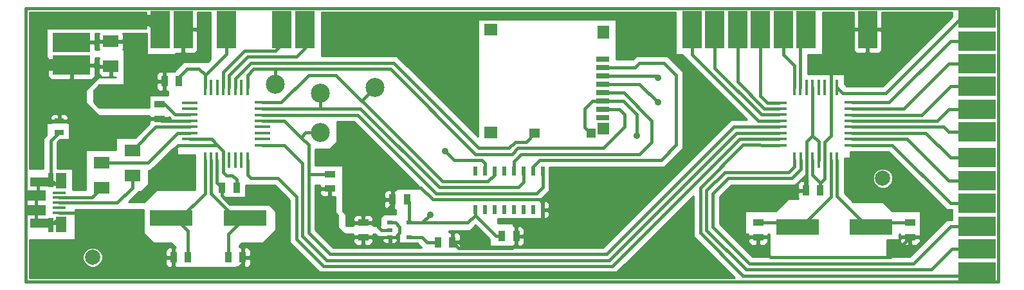
<source format=gtl>
G04 (created by PCBNEW-RS274X (2012-apr-16-27)-stable) date 2013-01-24T21:57:43 CET*
G01*
G70*
G90*
%MOIN*%
G04 Gerber Fmt 3.4, Leading zero omitted, Abs format*
%FSLAX34Y34*%
G04 APERTURE LIST*
%ADD10C,0.006000*%
%ADD11C,0.015000*%
%ADD12C,0.078700*%
%ADD13R,0.017700X0.078700*%
%ADD14R,0.078700X0.017700*%
%ADD15R,0.220500X0.082700*%
%ADD16R,0.080000X0.060000*%
%ADD17R,0.030000X0.020000*%
%ADD18R,0.055000X0.035000*%
%ADD19R,0.035000X0.055000*%
%ADD20R,0.045000X0.025000*%
%ADD21R,0.020000X0.045000*%
%ADD22R,0.098400X0.196900*%
%ADD23R,0.196900X0.098400*%
%ADD24C,0.098400*%
%ADD25R,0.066100X0.031500*%
%ADD26R,0.059100X0.063000*%
%ADD27R,0.059100X0.066900*%
%ADD28R,0.066900X0.059100*%
%ADD29R,0.051200X0.050800*%
%ADD30R,0.055100X0.050800*%
%ADD31R,0.068900X0.015700*%
%ADD32R,0.098400X0.056100*%
%ADD33R,0.055100X0.078700*%
%ADD34R,0.096500X0.051200*%
%ADD35R,0.027600X0.071900*%
%ADD36C,0.035000*%
%ADD37C,0.015700*%
%ADD38C,0.059100*%
%ADD39C,0.010000*%
G04 APERTURE END LIST*
G54D10*
G54D11*
X05827Y-30394D02*
X05827Y-16220D01*
X56220Y-30394D02*
X05827Y-30394D01*
X56220Y-16220D02*
X56220Y-30394D01*
X05827Y-16220D02*
X56220Y-16220D01*
G54D12*
X09291Y-29134D03*
X50236Y-25039D03*
G54D13*
X17313Y-24101D03*
X16998Y-24101D03*
X16683Y-24101D03*
X16368Y-24101D03*
X16053Y-24101D03*
X15738Y-24101D03*
X15423Y-24101D03*
X15108Y-24101D03*
X15110Y-20335D03*
X17320Y-20335D03*
X17000Y-20335D03*
X16680Y-20335D03*
X16370Y-20335D03*
X16050Y-20335D03*
X15740Y-20335D03*
X15420Y-20335D03*
G54D14*
X14320Y-23317D03*
X14320Y-23003D03*
X14320Y-22687D03*
X14320Y-22373D03*
X14320Y-22057D03*
X14320Y-21743D03*
X14320Y-21427D03*
X14320Y-21113D03*
X18100Y-23315D03*
X18100Y-23005D03*
X18100Y-22685D03*
X18100Y-22375D03*
X18100Y-22065D03*
X18100Y-21745D03*
X18100Y-21425D03*
X18100Y-21105D03*
G54D13*
X47864Y-24101D03*
X47549Y-24101D03*
X47234Y-24101D03*
X46919Y-24101D03*
X46604Y-24101D03*
X46289Y-24101D03*
X45974Y-24101D03*
X45659Y-24101D03*
X45661Y-20335D03*
X47871Y-20335D03*
X47551Y-20335D03*
X47231Y-20335D03*
X46921Y-20335D03*
X46601Y-20335D03*
X46291Y-20335D03*
X45971Y-20335D03*
G54D14*
X44871Y-23317D03*
X44871Y-23003D03*
X44871Y-22687D03*
X44871Y-22373D03*
X44871Y-22057D03*
X44871Y-21743D03*
X44871Y-21427D03*
X44871Y-21113D03*
X48651Y-23315D03*
X48651Y-23005D03*
X48651Y-22685D03*
X48651Y-22375D03*
X48651Y-22065D03*
X48651Y-21745D03*
X48651Y-21425D03*
X48651Y-21105D03*
G54D15*
X13367Y-27087D03*
X17185Y-27087D03*
X49626Y-27559D03*
X45808Y-27559D03*
G54D16*
X09764Y-25532D03*
X09764Y-24232D03*
X11339Y-24902D03*
X11339Y-23602D03*
G54D17*
X24697Y-27342D03*
X24697Y-28092D03*
X25697Y-27342D03*
X24697Y-27717D03*
X25697Y-28092D03*
G54D18*
X23307Y-28092D03*
X23307Y-27342D03*
G54D19*
X27184Y-28346D03*
X27934Y-28346D03*
X25572Y-26142D03*
X24822Y-26142D03*
X17068Y-29134D03*
X16318Y-29134D03*
X13483Y-29134D03*
X14233Y-29134D03*
G54D18*
X12756Y-21200D03*
X12756Y-21950D03*
G54D19*
X16003Y-25512D03*
X16753Y-25512D03*
X46989Y-25669D03*
X46239Y-25669D03*
G54D18*
X43780Y-27342D03*
X43780Y-28092D03*
X51654Y-27342D03*
X51654Y-28092D03*
G54D20*
X07559Y-22062D03*
X07559Y-22662D03*
G54D19*
X13011Y-20000D03*
X13761Y-20000D03*
G54D18*
X21575Y-25572D03*
X21575Y-24822D03*
G54D19*
X31241Y-28031D03*
X30491Y-28031D03*
G54D21*
X29116Y-26669D03*
X29616Y-26669D03*
X30116Y-26669D03*
X30616Y-26669D03*
X31116Y-26669D03*
X31616Y-26669D03*
X32116Y-26669D03*
X32616Y-26669D03*
X32616Y-24669D03*
X32116Y-24669D03*
X31616Y-24669D03*
X31116Y-24669D03*
X30616Y-24669D03*
X30116Y-24669D03*
X29616Y-24669D03*
X29116Y-24669D03*
G54D16*
X10236Y-19233D03*
X10236Y-17933D03*
G54D22*
X12795Y-17323D03*
X13977Y-17323D03*
X16220Y-17323D03*
X46260Y-17323D03*
X45079Y-17323D03*
X43898Y-17323D03*
X42716Y-17323D03*
X41535Y-17323D03*
X40354Y-17323D03*
G54D23*
X55118Y-29882D03*
X55118Y-28701D03*
X55118Y-27520D03*
X55118Y-26338D03*
X55118Y-25157D03*
X55118Y-23976D03*
X55118Y-22638D03*
X55118Y-21457D03*
X55118Y-20276D03*
X55118Y-19094D03*
X55118Y-17913D03*
X55118Y-16732D03*
X08189Y-19174D03*
X08189Y-17992D03*
G54D22*
X49449Y-17323D03*
X19094Y-17323D03*
X20276Y-17323D03*
G54D24*
X21102Y-22677D03*
X21102Y-20630D03*
X23937Y-20315D03*
X18740Y-20157D03*
G54D25*
X35732Y-18858D03*
X35732Y-19291D03*
X35732Y-19724D03*
X35732Y-20157D03*
X35732Y-20591D03*
X35732Y-21024D03*
X35732Y-21457D03*
X35732Y-21890D03*
G54D26*
X35767Y-22445D03*
G54D27*
X35767Y-17461D03*
G54D28*
X29921Y-22657D03*
X29921Y-17343D03*
G54D29*
X35118Y-22699D03*
G54D30*
X32204Y-22699D03*
G54D31*
X07569Y-25787D03*
X07569Y-26043D03*
X07569Y-26299D03*
X07569Y-26555D03*
X07569Y-26811D03*
G54D32*
X06359Y-25920D03*
X06359Y-26678D03*
G54D33*
X07650Y-25157D03*
X07650Y-27441D03*
G54D34*
X06516Y-25226D03*
G54D35*
X07126Y-25123D03*
X07126Y-27475D03*
G54D34*
X06516Y-27372D03*
G54D36*
X13386Y-24724D03*
X09921Y-20787D03*
X11496Y-18583D03*
X11496Y-20787D03*
X47717Y-18583D03*
X21575Y-27244D03*
X38583Y-19843D03*
X27559Y-23622D03*
X09449Y-22677D03*
X09449Y-27559D03*
X37480Y-22835D03*
X35748Y-27402D03*
X37638Y-29291D03*
X40000Y-29291D03*
X37480Y-25669D03*
X42520Y-26772D03*
X38583Y-21102D03*
X26772Y-26929D03*
G54D37*
X11496Y-20787D02*
X09921Y-20787D01*
X46604Y-24101D02*
X46604Y-24872D01*
X25197Y-27559D02*
X25197Y-27873D01*
X11496Y-18583D02*
X11496Y-20787D01*
X21575Y-27244D02*
X22423Y-28092D01*
X13711Y-23317D02*
X14320Y-23317D01*
X46989Y-25257D02*
X46989Y-25669D01*
X47551Y-22842D02*
X47551Y-20335D01*
X47551Y-18749D02*
X47717Y-18583D01*
X16221Y-24882D02*
X16536Y-24882D01*
X14320Y-23003D02*
X15444Y-23003D01*
X15444Y-23003D02*
X15758Y-23317D01*
X13711Y-23317D02*
X13386Y-23642D01*
X47234Y-25049D02*
X47234Y-24101D01*
X16753Y-25099D02*
X16753Y-25512D01*
X15758Y-23317D02*
X16053Y-23612D01*
X47551Y-19213D02*
X48976Y-19213D01*
X16053Y-24714D02*
X16221Y-24882D01*
X23307Y-28092D02*
X24697Y-28092D01*
X47234Y-23159D02*
X47551Y-22842D01*
X49449Y-18740D02*
X49449Y-17323D01*
X48976Y-19213D02*
X49449Y-18740D01*
X24697Y-27342D02*
X24980Y-27342D01*
X25197Y-27873D02*
X24978Y-28092D01*
X22423Y-28092D02*
X23307Y-28092D01*
X47551Y-20335D02*
X47551Y-19213D01*
X47551Y-19213D02*
X47551Y-18749D01*
X47026Y-25257D02*
X47234Y-25049D01*
X24978Y-28092D02*
X24697Y-28092D01*
X47234Y-24101D02*
X47234Y-23159D01*
X24980Y-27342D02*
X25197Y-27559D01*
X13386Y-23642D02*
X13386Y-24724D01*
X46604Y-24872D02*
X46989Y-25257D01*
X46989Y-25257D02*
X47026Y-25257D01*
X16053Y-24101D02*
X16053Y-24714D01*
X21575Y-25572D02*
X21575Y-27244D01*
X16536Y-24882D02*
X16753Y-25099D01*
X16053Y-23612D02*
X16053Y-24101D01*
X14320Y-23317D02*
X15758Y-23317D01*
X13543Y-27087D02*
X14233Y-27777D01*
X13367Y-27087D02*
X13543Y-27087D01*
X15108Y-24101D02*
X15108Y-25817D01*
X14233Y-27777D02*
X14233Y-29134D01*
X15108Y-25817D02*
X13838Y-27087D01*
X13838Y-27087D02*
X13367Y-27087D01*
X16693Y-27087D02*
X17185Y-27087D01*
X17185Y-27087D02*
X17164Y-27087D01*
X15423Y-25817D02*
X16693Y-27087D01*
X16318Y-27933D02*
X16318Y-29134D01*
X15423Y-24101D02*
X15423Y-25817D01*
X17164Y-27087D02*
X16318Y-27933D01*
X26360Y-28092D02*
X25697Y-28092D01*
X26614Y-28346D02*
X26360Y-28092D01*
X27184Y-28346D02*
X26614Y-28346D01*
X17481Y-19055D02*
X24881Y-19055D01*
X31181Y-23150D02*
X30866Y-23465D01*
X31753Y-23150D02*
X31181Y-23150D01*
X16680Y-20335D02*
X16680Y-19856D01*
X16680Y-19856D02*
X17481Y-19055D01*
X29291Y-23465D02*
X24881Y-19055D01*
X30866Y-23465D02*
X29291Y-23465D01*
X32204Y-22699D02*
X31753Y-23150D01*
X27087Y-25827D02*
X32280Y-25827D01*
X18100Y-21745D02*
X23005Y-21745D01*
X23465Y-22205D02*
X27087Y-25827D01*
X32616Y-25494D02*
X32616Y-24669D01*
X32283Y-25824D02*
X32616Y-25494D01*
X23005Y-21745D02*
X23465Y-22205D01*
X32280Y-25827D02*
X32283Y-25827D01*
X32283Y-25827D02*
X32283Y-25824D01*
X39528Y-19685D02*
X38898Y-19055D01*
X32441Y-24094D02*
X36220Y-24094D01*
X36220Y-24094D02*
X38741Y-24094D01*
X39528Y-19685D02*
X39528Y-23307D01*
X39528Y-23307D02*
X38741Y-24094D01*
X32116Y-24669D02*
X32116Y-24419D01*
X35732Y-19291D02*
X37402Y-19291D01*
X37402Y-19291D02*
X37638Y-19055D01*
X32116Y-24419D02*
X32441Y-24094D01*
X38898Y-19055D02*
X37638Y-19055D01*
X38583Y-19843D02*
X38464Y-19724D01*
X29449Y-24095D02*
X28032Y-24095D01*
X29616Y-24262D02*
X29449Y-24095D01*
X28032Y-24095D02*
X27559Y-23622D01*
X29616Y-24669D02*
X29616Y-24262D01*
X38464Y-19724D02*
X35732Y-19724D01*
X18740Y-19370D02*
X18740Y-20157D01*
X35748Y-23465D02*
X36850Y-22363D01*
X29134Y-23780D02*
X31023Y-23780D01*
X17320Y-19688D02*
X17638Y-19370D01*
X31338Y-23465D02*
X35748Y-23465D01*
X36575Y-21457D02*
X35732Y-21457D01*
X17320Y-20335D02*
X17320Y-19688D01*
X31023Y-23780D02*
X31338Y-23465D01*
X36850Y-21732D02*
X36575Y-21457D01*
X36850Y-22363D02*
X36850Y-21732D01*
X24724Y-19370D02*
X29134Y-23780D01*
X17638Y-19370D02*
X18740Y-19370D01*
X18740Y-19370D02*
X24724Y-19370D01*
X23937Y-20315D02*
X23937Y-20316D01*
X23937Y-20316D02*
X23229Y-21024D01*
X21890Y-19685D02*
X23229Y-21024D01*
X23229Y-21024D02*
X23310Y-21105D01*
X19055Y-21105D02*
X19055Y-21102D01*
X20472Y-19685D02*
X21890Y-19685D01*
X19055Y-21102D02*
X20472Y-19685D01*
X23310Y-21105D02*
X27411Y-25197D01*
X29764Y-25197D02*
X27411Y-25197D01*
X30116Y-24669D02*
X30116Y-24845D01*
X18100Y-21105D02*
X19055Y-21105D01*
X30116Y-24845D02*
X29764Y-25197D01*
X53399Y-22375D02*
X53662Y-22638D01*
X53071Y-22375D02*
X53399Y-22375D01*
X53662Y-22638D02*
X55118Y-22638D01*
X48651Y-22375D02*
X53071Y-22375D01*
X48651Y-22065D02*
X53053Y-22065D01*
X53661Y-21457D02*
X55118Y-21457D01*
X53053Y-22065D02*
X53661Y-21457D01*
X48651Y-21745D02*
X52271Y-21745D01*
X53740Y-20276D02*
X55118Y-20276D01*
X52271Y-21745D02*
X53740Y-20276D01*
X48651Y-21425D02*
X51331Y-21425D01*
X53662Y-19094D02*
X55118Y-19094D01*
X51331Y-21425D02*
X53662Y-19094D01*
X53740Y-17913D02*
X55118Y-17913D01*
X50548Y-21105D02*
X53740Y-17913D01*
X50391Y-21105D02*
X50548Y-21105D01*
X48651Y-21105D02*
X50391Y-21105D01*
X54292Y-16732D02*
X55118Y-16732D01*
X50394Y-20630D02*
X54292Y-16732D01*
X48166Y-20630D02*
X50394Y-20630D01*
X47871Y-20335D02*
X48166Y-20630D01*
X45971Y-17612D02*
X46260Y-17323D01*
X45971Y-20335D02*
X45971Y-17612D01*
X45661Y-19205D02*
X45079Y-18623D01*
X45661Y-20335D02*
X45661Y-19205D01*
X45079Y-18623D02*
X45079Y-17323D01*
X44262Y-21113D02*
X43898Y-20749D01*
X43898Y-20749D02*
X43898Y-17323D01*
X44871Y-21113D02*
X44262Y-21113D01*
X44871Y-21427D02*
X44104Y-21427D01*
X42716Y-20039D02*
X42716Y-17323D01*
X44104Y-21427D02*
X42716Y-20039D01*
X44871Y-21743D02*
X43948Y-21743D01*
X43948Y-21743D02*
X41535Y-19330D01*
X41535Y-19330D02*
X41535Y-17323D01*
X40354Y-18622D02*
X40354Y-17323D01*
X43789Y-22057D02*
X40354Y-18622D01*
X44871Y-22057D02*
X43789Y-22057D01*
X44871Y-23317D02*
X42992Y-23307D01*
X42992Y-30079D02*
X52126Y-30079D01*
X54921Y-30079D02*
X55118Y-29882D01*
X52126Y-30079D02*
X54921Y-30079D01*
X42992Y-23307D02*
X40787Y-25512D01*
X40787Y-27874D02*
X42992Y-30079D01*
X40787Y-25512D02*
X40787Y-27874D01*
X44095Y-29764D02*
X51811Y-29764D01*
X51811Y-29764D02*
X52756Y-29764D01*
X43150Y-29764D02*
X44095Y-29764D01*
X45659Y-24419D02*
X45354Y-24724D01*
X52756Y-29764D02*
X53819Y-28701D01*
X45354Y-24724D02*
X42047Y-24724D01*
X42047Y-24724D02*
X41102Y-25669D01*
X53819Y-28701D02*
X55118Y-28701D01*
X41102Y-27716D02*
X43150Y-29764D01*
X45659Y-24101D02*
X45659Y-24419D01*
X41102Y-25669D02*
X41102Y-27716D01*
X41417Y-27559D02*
X42992Y-29134D01*
X53740Y-27520D02*
X55118Y-27520D01*
X42205Y-25039D02*
X41417Y-25827D01*
X51811Y-29449D02*
X53740Y-27520D01*
X45512Y-25039D02*
X42205Y-25039D01*
X51653Y-29449D02*
X51811Y-29449D01*
X43307Y-29449D02*
X44252Y-29449D01*
X42992Y-29134D02*
X43307Y-29449D01*
X45974Y-24577D02*
X45512Y-25039D01*
X44252Y-29449D02*
X51653Y-29449D01*
X45974Y-24101D02*
X45974Y-24577D01*
X41417Y-25827D02*
X41417Y-27559D01*
X50717Y-23315D02*
X53740Y-26338D01*
X53740Y-26338D02*
X55118Y-26338D01*
X48651Y-23315D02*
X50717Y-23315D01*
X53648Y-25157D02*
X55118Y-25157D01*
X51496Y-23005D02*
X53648Y-25157D01*
X48651Y-23005D02*
X51496Y-23005D01*
X48651Y-22685D02*
X52449Y-22685D01*
X52449Y-22685D02*
X53740Y-23976D01*
X53740Y-23976D02*
X55118Y-23976D01*
X15118Y-19685D02*
X16220Y-18583D01*
X16220Y-18583D02*
X16220Y-17323D01*
X15110Y-20335D02*
X15110Y-19685D01*
X15110Y-19685D02*
X15118Y-19685D01*
X13761Y-19782D02*
X13761Y-20000D01*
X15110Y-19685D02*
X15110Y-19677D01*
X14803Y-19370D02*
X14173Y-19370D01*
X15110Y-19677D02*
X14803Y-19370D01*
X14173Y-19370D02*
X13761Y-19782D01*
X18100Y-21425D02*
X21102Y-21425D01*
X21102Y-21425D02*
X21102Y-20630D01*
X31342Y-25508D02*
X31616Y-25234D01*
X23157Y-21425D02*
X27247Y-25508D01*
X31616Y-25234D02*
X31616Y-24669D01*
X27247Y-25508D02*
X31342Y-25508D01*
X21102Y-21425D02*
X23157Y-21425D01*
X31116Y-24669D02*
X31116Y-24160D01*
X35732Y-20591D02*
X36812Y-20591D01*
X38268Y-23149D02*
X37637Y-23780D01*
X31496Y-23780D02*
X36062Y-23780D01*
X38268Y-22047D02*
X38268Y-23149D01*
X31116Y-24160D02*
X31496Y-23780D01*
X36062Y-23780D02*
X37637Y-23780D01*
X36812Y-20591D02*
X38268Y-22047D01*
X18898Y-25039D02*
X19843Y-25984D01*
X21260Y-29606D02*
X36221Y-29606D01*
X42824Y-23003D02*
X43768Y-23003D01*
X17480Y-25039D02*
X18898Y-25039D01*
X43768Y-23003D02*
X44871Y-23003D01*
X19843Y-25984D02*
X19843Y-28189D01*
X17313Y-24872D02*
X17480Y-25039D01*
X19843Y-28189D02*
X21260Y-29606D01*
X36221Y-29606D02*
X37953Y-27874D01*
X17313Y-24101D02*
X17313Y-24872D01*
X37953Y-27874D02*
X42824Y-23003D01*
X20472Y-23465D02*
X20472Y-24882D01*
X18100Y-22065D02*
X19230Y-22065D01*
X43454Y-22373D02*
X44871Y-22373D01*
X20472Y-27873D02*
X21575Y-28976D01*
X19230Y-22065D02*
X20079Y-22914D01*
X37323Y-27559D02*
X42509Y-22373D01*
X35906Y-28976D02*
X37323Y-27559D01*
X21575Y-24822D02*
X20472Y-24822D01*
X20079Y-22914D02*
X20472Y-23307D01*
X20472Y-24882D02*
X20472Y-27873D01*
X20316Y-22677D02*
X20079Y-22914D01*
X21102Y-22677D02*
X20316Y-22677D01*
X42509Y-22373D02*
X43454Y-22373D01*
X20472Y-23307D02*
X20472Y-23465D01*
X21575Y-28976D02*
X35906Y-28976D01*
X20472Y-24822D02*
X20472Y-24882D01*
X36063Y-29291D02*
X37638Y-27717D01*
X20157Y-24251D02*
X20157Y-28031D01*
X37638Y-27717D02*
X42668Y-22687D01*
X42668Y-22687D02*
X43612Y-22687D01*
X20157Y-28031D02*
X21417Y-29291D01*
X18100Y-23315D02*
X19221Y-23315D01*
X19221Y-23315D02*
X20157Y-24251D01*
X21417Y-29291D02*
X36063Y-29291D01*
X43612Y-22687D02*
X44871Y-22687D01*
X10552Y-26299D02*
X11339Y-25512D01*
X07569Y-26299D02*
X10552Y-26299D01*
X11339Y-25512D02*
X11339Y-24902D01*
X07569Y-26043D02*
X09253Y-26043D01*
X09253Y-26043D02*
X09764Y-25532D01*
X14320Y-22373D02*
X12568Y-22373D01*
X12568Y-22373D02*
X11339Y-23602D01*
X12146Y-24232D02*
X09764Y-24232D01*
X14320Y-22687D02*
X13691Y-22687D01*
X13691Y-22687D02*
X12146Y-24232D01*
X07650Y-25344D02*
X07347Y-25344D01*
X06457Y-25226D02*
X06457Y-25822D01*
X06359Y-27274D02*
X06457Y-27372D01*
X07532Y-27372D02*
X07650Y-27254D01*
X07347Y-25344D02*
X07126Y-25123D01*
X07559Y-22662D02*
X07126Y-23095D01*
X07650Y-27254D02*
X07347Y-27254D01*
X06457Y-25822D02*
X06359Y-25920D01*
X06359Y-26678D02*
X06359Y-27274D01*
X06359Y-25920D02*
X06359Y-26678D01*
X06575Y-25344D02*
X06457Y-25226D01*
X07126Y-23095D02*
X07126Y-25123D01*
X07650Y-25344D02*
X06575Y-25344D01*
X07347Y-27254D02*
X07126Y-27475D01*
X06457Y-27372D02*
X07532Y-27372D01*
X14320Y-21743D02*
X13554Y-21743D01*
X13554Y-21743D02*
X13011Y-21200D01*
X13011Y-21200D02*
X12756Y-21200D01*
X47549Y-24101D02*
X47549Y-25984D01*
X43780Y-27342D02*
X45591Y-27342D01*
X45974Y-27559D02*
X45808Y-27559D01*
X47549Y-25984D02*
X45974Y-27559D01*
X45591Y-27342D02*
X45808Y-27559D01*
X47864Y-24101D02*
X47864Y-25974D01*
X49843Y-27342D02*
X49626Y-27559D01*
X47864Y-25974D02*
X49449Y-27559D01*
X49449Y-27559D02*
X49626Y-27559D01*
X51654Y-27342D02*
X49843Y-27342D01*
X25039Y-25512D02*
X24822Y-25729D01*
X32441Y-26142D02*
X26930Y-26142D01*
X26930Y-26142D02*
X26300Y-25512D01*
X24822Y-25729D02*
X24822Y-26142D01*
X32616Y-26669D02*
X32616Y-26317D01*
X26300Y-25512D02*
X25039Y-25512D01*
X32616Y-26317D02*
X32441Y-26142D01*
X08701Y-26811D02*
X07569Y-26811D01*
X13483Y-29134D02*
X12441Y-29134D01*
X46289Y-24101D02*
X46289Y-25619D01*
X35119Y-28031D02*
X32284Y-28031D01*
X12756Y-29764D02*
X16764Y-29764D01*
X16378Y-26299D02*
X18582Y-26299D01*
X10176Y-21950D02*
X09449Y-22677D01*
X12756Y-21950D02*
X10176Y-21950D01*
X09449Y-27559D02*
X08701Y-26811D01*
X09449Y-27559D02*
X11024Y-29134D01*
X17637Y-29921D02*
X19843Y-29921D01*
X35748Y-27402D02*
X35119Y-28031D01*
X34803Y-21417D02*
X35196Y-21024D01*
G54D38*
X06614Y-16850D02*
X12322Y-16850D01*
G54D37*
X23877Y-27342D02*
X24252Y-27717D01*
X17068Y-29460D02*
X17068Y-29134D01*
X16003Y-25924D02*
X16378Y-26299D01*
X46289Y-24101D02*
X46289Y-23134D01*
X37008Y-29921D02*
X37638Y-29291D01*
X31241Y-28444D02*
X31241Y-28031D01*
X19843Y-29921D02*
X37008Y-29921D01*
X12441Y-29134D02*
X12441Y-29449D01*
X46919Y-23140D02*
X46601Y-22822D01*
X50612Y-29134D02*
X51654Y-28092D01*
G54D38*
X06733Y-19174D02*
X06299Y-18740D01*
G54D37*
X46289Y-23134D02*
X46601Y-22822D01*
G54D38*
X08189Y-19174D02*
X06733Y-19174D01*
G54D37*
X42520Y-27559D02*
X43053Y-28092D01*
G54D38*
X06299Y-18740D02*
X06299Y-17165D01*
G54D37*
X42520Y-26142D02*
X42520Y-26772D01*
X14320Y-22057D02*
X12863Y-22057D01*
X46239Y-25669D02*
X42993Y-25669D01*
X23307Y-27342D02*
X23877Y-27342D01*
X37480Y-21732D02*
X37480Y-22835D01*
X17480Y-29764D02*
X17637Y-29921D01*
X37480Y-25669D02*
X35748Y-27402D01*
X16764Y-29764D02*
X17480Y-29764D01*
X43780Y-28505D02*
X44409Y-29134D01*
X46919Y-24101D02*
X46919Y-23140D01*
X34803Y-22384D02*
X34803Y-21417D01*
X42993Y-25669D02*
X42520Y-26142D01*
G54D38*
X12322Y-16850D02*
X12795Y-17323D01*
G54D37*
X24822Y-26142D02*
X24822Y-26397D01*
X19055Y-26772D02*
X19055Y-28662D01*
X11024Y-29134D02*
X13483Y-29134D01*
X32284Y-28031D02*
X32616Y-27699D01*
X12441Y-29134D02*
X13483Y-29134D01*
X24252Y-27717D02*
X24697Y-27717D01*
X28249Y-28661D02*
X31024Y-28661D01*
X12863Y-22057D02*
X12756Y-21950D01*
G54D38*
X06299Y-17165D02*
X06614Y-16850D01*
G54D37*
X19055Y-28662D02*
X18583Y-29134D01*
X24822Y-26397D02*
X23877Y-27342D01*
X36772Y-21024D02*
X37480Y-21732D01*
X46289Y-25619D02*
X46239Y-25669D01*
X32616Y-26669D02*
X32616Y-27699D01*
X31024Y-28661D02*
X31241Y-28444D01*
X32616Y-27699D02*
X32616Y-26919D01*
X35732Y-21024D02*
X36772Y-21024D01*
X27934Y-28346D02*
X28249Y-28661D01*
X37323Y-25827D02*
X35748Y-27402D01*
X35118Y-22699D02*
X34803Y-22384D01*
X12441Y-29449D02*
X12756Y-29764D01*
X16764Y-29764D02*
X17068Y-29460D01*
X18583Y-29134D02*
X17068Y-29134D01*
X31241Y-28031D02*
X32284Y-28031D01*
X42520Y-26772D02*
X42520Y-27559D01*
X46601Y-22822D02*
X46601Y-20335D01*
X15738Y-24101D02*
X15738Y-25247D01*
X43780Y-28092D02*
X43780Y-28505D01*
X16003Y-25512D02*
X16003Y-25924D01*
X18582Y-26299D02*
X19055Y-26772D01*
X44409Y-29134D02*
X50612Y-29134D01*
X40000Y-29291D02*
X37638Y-29291D01*
X35196Y-21024D02*
X35732Y-21024D01*
X15738Y-25247D02*
X16003Y-25512D01*
X43053Y-28092D02*
X43780Y-28092D01*
X16050Y-20335D02*
X16050Y-19540D01*
X17165Y-18425D02*
X18741Y-18425D01*
X16050Y-19540D02*
X17165Y-18425D01*
X18741Y-18425D02*
X19094Y-18072D01*
X19094Y-18072D02*
X19094Y-17323D01*
X17323Y-18740D02*
X19842Y-18740D01*
X16370Y-20335D02*
X16370Y-19693D01*
X20276Y-18306D02*
X20276Y-17323D01*
X16370Y-19693D02*
X17323Y-18740D01*
X19842Y-18740D02*
X20276Y-18306D01*
X25697Y-27342D02*
X25697Y-26267D01*
X25697Y-26267D02*
X25572Y-26142D01*
X35732Y-20157D02*
X37638Y-20157D01*
X37638Y-20157D02*
X38583Y-21102D01*
X26359Y-27342D02*
X25697Y-27342D01*
X29116Y-26947D02*
X30200Y-28031D01*
X30200Y-28031D02*
X30491Y-28031D01*
X28721Y-27342D02*
X25697Y-27342D01*
X29116Y-26947D02*
X28721Y-27342D01*
X29116Y-26669D02*
X29116Y-26947D01*
X26772Y-26929D02*
X26359Y-27342D01*
G54D10*
G36*
X42560Y-30190D02*
X17493Y-30190D01*
X17493Y-29246D01*
X17493Y-29022D01*
X17492Y-28908D01*
X17492Y-28809D01*
X17454Y-28718D01*
X17384Y-28648D01*
X17292Y-28610D01*
X17180Y-28609D01*
X17118Y-28671D01*
X17118Y-29084D01*
X17431Y-29084D01*
X17493Y-29022D01*
X17493Y-29246D01*
X17431Y-29184D01*
X17118Y-29184D01*
X17118Y-29597D01*
X17180Y-29659D01*
X17292Y-29658D01*
X17384Y-29620D01*
X17454Y-29550D01*
X17492Y-29459D01*
X17492Y-29360D01*
X17493Y-29246D01*
X17493Y-30190D01*
X13433Y-30190D01*
X13433Y-29597D01*
X13433Y-29184D01*
X13433Y-29084D01*
X13433Y-28671D01*
X13371Y-28609D01*
X13259Y-28610D01*
X13167Y-28648D01*
X13097Y-28718D01*
X13059Y-28809D01*
X13059Y-28908D01*
X13058Y-29022D01*
X13120Y-29084D01*
X13433Y-29084D01*
X13433Y-29184D01*
X13120Y-29184D01*
X13058Y-29246D01*
X13059Y-29360D01*
X13059Y-29459D01*
X13097Y-29550D01*
X13167Y-29620D01*
X13259Y-29658D01*
X13371Y-29659D01*
X13433Y-29597D01*
X13433Y-30190D01*
X09813Y-30190D01*
X09813Y-29239D01*
X09813Y-29031D01*
X09734Y-28839D01*
X09587Y-28692D01*
X09396Y-28612D01*
X09188Y-28612D01*
X08996Y-28691D01*
X08849Y-28838D01*
X08769Y-29029D01*
X08769Y-29237D01*
X08848Y-29429D01*
X08995Y-29576D01*
X09186Y-29656D01*
X09394Y-29656D01*
X09586Y-29577D01*
X09733Y-29430D01*
X09813Y-29239D01*
X09813Y-30190D01*
X06031Y-30190D01*
X06031Y-28239D01*
X08396Y-28239D01*
X08396Y-26664D01*
X11919Y-26664D01*
X11919Y-27895D01*
X12420Y-28396D01*
X13365Y-28396D01*
X13586Y-28617D01*
X13533Y-28671D01*
X13533Y-29034D01*
X13533Y-29084D01*
X13533Y-29184D01*
X13533Y-29234D01*
X13533Y-29597D01*
X13595Y-29659D01*
X13707Y-29658D01*
X13711Y-29656D01*
X16714Y-29656D01*
X16751Y-29619D01*
X16752Y-29620D01*
X16844Y-29658D01*
X16956Y-29659D01*
X17018Y-29597D01*
X17018Y-29234D01*
X17018Y-29184D01*
X17018Y-29084D01*
X17018Y-29034D01*
X17018Y-28671D01*
X16956Y-28609D01*
X16900Y-28609D01*
X16900Y-28525D01*
X17029Y-28396D01*
X18132Y-28396D01*
X18790Y-27738D01*
X18790Y-26750D01*
X18446Y-26406D01*
X16399Y-26406D01*
X16030Y-26037D01*
X16103Y-26037D01*
X16103Y-26034D01*
X16112Y-26034D01*
X16115Y-26037D01*
X16227Y-26036D01*
X16231Y-26034D01*
X17215Y-26034D01*
X17215Y-25404D01*
X18719Y-25404D01*
X19478Y-26163D01*
X19478Y-28367D01*
X21081Y-29971D01*
X36399Y-29971D01*
X40422Y-25948D01*
X40422Y-28052D01*
X42560Y-30190D01*
X42560Y-30190D01*
G37*
G54D39*
X42560Y-30190D02*
X17493Y-30190D01*
X17493Y-29246D01*
X17493Y-29022D01*
X17492Y-28908D01*
X17492Y-28809D01*
X17454Y-28718D01*
X17384Y-28648D01*
X17292Y-28610D01*
X17180Y-28609D01*
X17118Y-28671D01*
X17118Y-29084D01*
X17431Y-29084D01*
X17493Y-29022D01*
X17493Y-29246D01*
X17431Y-29184D01*
X17118Y-29184D01*
X17118Y-29597D01*
X17180Y-29659D01*
X17292Y-29658D01*
X17384Y-29620D01*
X17454Y-29550D01*
X17492Y-29459D01*
X17492Y-29360D01*
X17493Y-29246D01*
X17493Y-30190D01*
X13433Y-30190D01*
X13433Y-29597D01*
X13433Y-29184D01*
X13433Y-29084D01*
X13433Y-28671D01*
X13371Y-28609D01*
X13259Y-28610D01*
X13167Y-28648D01*
X13097Y-28718D01*
X13059Y-28809D01*
X13059Y-28908D01*
X13058Y-29022D01*
X13120Y-29084D01*
X13433Y-29084D01*
X13433Y-29184D01*
X13120Y-29184D01*
X13058Y-29246D01*
X13059Y-29360D01*
X13059Y-29459D01*
X13097Y-29550D01*
X13167Y-29620D01*
X13259Y-29658D01*
X13371Y-29659D01*
X13433Y-29597D01*
X13433Y-30190D01*
X09813Y-30190D01*
X09813Y-29239D01*
X09813Y-29031D01*
X09734Y-28839D01*
X09587Y-28692D01*
X09396Y-28612D01*
X09188Y-28612D01*
X08996Y-28691D01*
X08849Y-28838D01*
X08769Y-29029D01*
X08769Y-29237D01*
X08848Y-29429D01*
X08995Y-29576D01*
X09186Y-29656D01*
X09394Y-29656D01*
X09586Y-29577D01*
X09733Y-29430D01*
X09813Y-29239D01*
X09813Y-30190D01*
X06031Y-30190D01*
X06031Y-28239D01*
X08396Y-28239D01*
X08396Y-26664D01*
X11919Y-26664D01*
X11919Y-27895D01*
X12420Y-28396D01*
X13365Y-28396D01*
X13586Y-28617D01*
X13533Y-28671D01*
X13533Y-29034D01*
X13533Y-29084D01*
X13533Y-29184D01*
X13533Y-29234D01*
X13533Y-29597D01*
X13595Y-29659D01*
X13707Y-29658D01*
X13711Y-29656D01*
X16714Y-29656D01*
X16751Y-29619D01*
X16752Y-29620D01*
X16844Y-29658D01*
X16956Y-29659D01*
X17018Y-29597D01*
X17018Y-29234D01*
X17018Y-29184D01*
X17018Y-29084D01*
X17018Y-29034D01*
X17018Y-28671D01*
X16956Y-28609D01*
X16900Y-28609D01*
X16900Y-28525D01*
X17029Y-28396D01*
X18132Y-28396D01*
X18790Y-27738D01*
X18790Y-26750D01*
X18446Y-26406D01*
X16399Y-26406D01*
X16030Y-26037D01*
X16103Y-26037D01*
X16103Y-26034D01*
X16112Y-26034D01*
X16115Y-26037D01*
X16227Y-26036D01*
X16231Y-26034D01*
X17215Y-26034D01*
X17215Y-25404D01*
X18719Y-25404D01*
X19478Y-26163D01*
X19478Y-28367D01*
X21081Y-29971D01*
X36399Y-29971D01*
X40422Y-25948D01*
X40422Y-28052D01*
X42560Y-30190D01*
G54D10*
G36*
X15383Y-18877D02*
X15255Y-19005D01*
X14716Y-19005D01*
X14716Y-17434D01*
X14655Y-17373D01*
X14027Y-17373D01*
X14027Y-18493D01*
X14088Y-18554D01*
X14518Y-18553D01*
X14608Y-18516D01*
X14678Y-18446D01*
X14715Y-18356D01*
X14715Y-18258D01*
X14716Y-17434D01*
X14716Y-19005D01*
X13995Y-19005D01*
X13522Y-19478D01*
X13178Y-19478D01*
X13122Y-19478D01*
X13061Y-19539D01*
X13061Y-19900D01*
X13061Y-19950D01*
X13061Y-20050D01*
X13061Y-20100D01*
X13061Y-20461D01*
X13122Y-20522D01*
X13178Y-20521D01*
X13178Y-20737D01*
X12961Y-20737D01*
X12961Y-20461D01*
X12961Y-20050D01*
X12961Y-19950D01*
X12961Y-19539D01*
X12900Y-19478D01*
X12787Y-19479D01*
X12697Y-19516D01*
X12627Y-19586D01*
X12590Y-19676D01*
X12590Y-19774D01*
X12589Y-19889D01*
X12650Y-19950D01*
X12961Y-19950D01*
X12961Y-20050D01*
X12650Y-20050D01*
X12589Y-20111D01*
X12590Y-20226D01*
X12590Y-20324D01*
X12627Y-20414D01*
X12697Y-20484D01*
X12787Y-20521D01*
X12900Y-20522D01*
X12961Y-20461D01*
X12961Y-20737D01*
X12233Y-20737D01*
X12233Y-21367D01*
X09627Y-21367D01*
X09341Y-21081D01*
X09341Y-20493D01*
X09627Y-20207D01*
X10916Y-20207D01*
X10916Y-18375D01*
X10842Y-18375D01*
X10845Y-18372D01*
X10882Y-18282D01*
X10883Y-18044D01*
X10822Y-17983D01*
X10336Y-17983D01*
X10286Y-17983D01*
X10186Y-17983D01*
X10136Y-17983D01*
X09650Y-17983D01*
X09589Y-18044D01*
X09590Y-18282D01*
X09627Y-18372D01*
X09630Y-18375D01*
X09419Y-18375D01*
X09420Y-18103D01*
X09359Y-18042D01*
X08289Y-18042D01*
X08239Y-18042D01*
X08139Y-18042D01*
X08139Y-17942D01*
X08239Y-17942D01*
X08289Y-17942D01*
X09359Y-17942D01*
X09420Y-17881D01*
X09419Y-17530D01*
X09612Y-17530D01*
X09590Y-17584D01*
X09589Y-17822D01*
X09650Y-17883D01*
X10136Y-17883D01*
X10186Y-17883D01*
X10286Y-17883D01*
X10336Y-17883D01*
X10822Y-17883D01*
X10883Y-17822D01*
X10882Y-17584D01*
X10859Y-17530D01*
X12076Y-17530D01*
X12076Y-18633D01*
X13593Y-18633D01*
X13593Y-18553D01*
X13866Y-18554D01*
X13927Y-18493D01*
X13927Y-17423D01*
X13927Y-17373D01*
X13927Y-17273D01*
X14027Y-17273D01*
X14077Y-17273D01*
X14655Y-17273D01*
X14716Y-17212D01*
X14715Y-16428D01*
X15383Y-16428D01*
X15383Y-18877D01*
X15383Y-18877D01*
G37*
G54D39*
X15383Y-18877D02*
X15255Y-19005D01*
X14716Y-19005D01*
X14716Y-17434D01*
X14655Y-17373D01*
X14027Y-17373D01*
X14027Y-18493D01*
X14088Y-18554D01*
X14518Y-18553D01*
X14608Y-18516D01*
X14678Y-18446D01*
X14715Y-18356D01*
X14715Y-18258D01*
X14716Y-17434D01*
X14716Y-19005D01*
X13995Y-19005D01*
X13522Y-19478D01*
X13178Y-19478D01*
X13122Y-19478D01*
X13061Y-19539D01*
X13061Y-19900D01*
X13061Y-19950D01*
X13061Y-20050D01*
X13061Y-20100D01*
X13061Y-20461D01*
X13122Y-20522D01*
X13178Y-20521D01*
X13178Y-20737D01*
X12961Y-20737D01*
X12961Y-20461D01*
X12961Y-20050D01*
X12961Y-19950D01*
X12961Y-19539D01*
X12900Y-19478D01*
X12787Y-19479D01*
X12697Y-19516D01*
X12627Y-19586D01*
X12590Y-19676D01*
X12590Y-19774D01*
X12589Y-19889D01*
X12650Y-19950D01*
X12961Y-19950D01*
X12961Y-20050D01*
X12650Y-20050D01*
X12589Y-20111D01*
X12590Y-20226D01*
X12590Y-20324D01*
X12627Y-20414D01*
X12697Y-20484D01*
X12787Y-20521D01*
X12900Y-20522D01*
X12961Y-20461D01*
X12961Y-20737D01*
X12233Y-20737D01*
X12233Y-21367D01*
X09627Y-21367D01*
X09341Y-21081D01*
X09341Y-20493D01*
X09627Y-20207D01*
X10916Y-20207D01*
X10916Y-18375D01*
X10842Y-18375D01*
X10845Y-18372D01*
X10882Y-18282D01*
X10883Y-18044D01*
X10822Y-17983D01*
X10336Y-17983D01*
X10286Y-17983D01*
X10186Y-17983D01*
X10136Y-17983D01*
X09650Y-17983D01*
X09589Y-18044D01*
X09590Y-18282D01*
X09627Y-18372D01*
X09630Y-18375D01*
X09419Y-18375D01*
X09420Y-18103D01*
X09359Y-18042D01*
X08289Y-18042D01*
X08239Y-18042D01*
X08139Y-18042D01*
X08139Y-17942D01*
X08239Y-17942D01*
X08289Y-17942D01*
X09359Y-17942D01*
X09420Y-17881D01*
X09419Y-17530D01*
X09612Y-17530D01*
X09590Y-17584D01*
X09589Y-17822D01*
X09650Y-17883D01*
X10136Y-17883D01*
X10186Y-17883D01*
X10286Y-17883D01*
X10336Y-17883D01*
X10822Y-17883D01*
X10883Y-17822D01*
X10882Y-17584D01*
X10859Y-17530D01*
X12076Y-17530D01*
X12076Y-18633D01*
X13593Y-18633D01*
X13593Y-18553D01*
X13866Y-18554D01*
X13927Y-18493D01*
X13927Y-17423D01*
X13927Y-17373D01*
X13927Y-17273D01*
X14027Y-17273D01*
X14077Y-17273D01*
X14655Y-17273D01*
X14716Y-17212D01*
X14715Y-16428D01*
X15383Y-16428D01*
X15383Y-18877D01*
G54D10*
G36*
X12845Y-17373D02*
X12745Y-17373D01*
X12745Y-17273D01*
X12845Y-17273D01*
X12845Y-17373D01*
X12845Y-17373D01*
G37*
G54D39*
X12845Y-17373D02*
X12745Y-17373D01*
X12745Y-17273D01*
X12845Y-17273D01*
X12845Y-17373D01*
G54D10*
G36*
X13336Y-21997D02*
X12420Y-21997D01*
X12417Y-22000D01*
X12295Y-22000D01*
X12234Y-22061D01*
X12235Y-22174D01*
X12237Y-22179D01*
X11475Y-22942D01*
X10501Y-22942D01*
X10501Y-23572D01*
X08926Y-23572D01*
X08926Y-25619D01*
X08239Y-25619D01*
X08239Y-24517D01*
X08139Y-24517D01*
X08139Y-19852D01*
X08139Y-19224D01*
X07019Y-19224D01*
X06958Y-19285D01*
X06959Y-19715D01*
X06996Y-19805D01*
X07066Y-19875D01*
X07156Y-19912D01*
X07254Y-19912D01*
X08078Y-19913D01*
X08139Y-19852D01*
X08139Y-24517D01*
X07452Y-24517D01*
X07452Y-23171D01*
X07580Y-23042D01*
X08081Y-23042D01*
X08081Y-22155D01*
X08031Y-22155D01*
X08031Y-21951D01*
X08030Y-21888D01*
X07993Y-21798D01*
X07923Y-21728D01*
X07833Y-21691D01*
X07735Y-21691D01*
X07670Y-21690D01*
X07609Y-21751D01*
X07609Y-22012D01*
X07970Y-22012D01*
X08031Y-21951D01*
X08031Y-22155D01*
X08013Y-22155D01*
X07970Y-22112D01*
X07659Y-22112D01*
X07609Y-22112D01*
X07509Y-22112D01*
X07509Y-22012D01*
X07509Y-21751D01*
X07448Y-21690D01*
X07383Y-21691D01*
X07285Y-21691D01*
X07195Y-21728D01*
X07125Y-21798D01*
X07088Y-21888D01*
X07087Y-21951D01*
X07148Y-22012D01*
X07509Y-22012D01*
X07509Y-22112D01*
X07459Y-22112D01*
X07148Y-22112D01*
X07105Y-22155D01*
X06879Y-22155D01*
X06879Y-22814D01*
X06722Y-22971D01*
X06722Y-24517D01*
X06031Y-24517D01*
X06031Y-16424D01*
X12056Y-16424D01*
X12056Y-17212D01*
X12067Y-17223D01*
X12056Y-17223D01*
X12056Y-17273D01*
X06879Y-17273D01*
X06879Y-18790D01*
X06958Y-18790D01*
X06958Y-19063D01*
X07019Y-19124D01*
X08089Y-19124D01*
X08139Y-19124D01*
X08239Y-19124D01*
X08289Y-19124D01*
X09359Y-19124D01*
X09420Y-19063D01*
X09419Y-18790D01*
X09631Y-18790D01*
X09627Y-18794D01*
X09590Y-18884D01*
X09589Y-19122D01*
X09650Y-19183D01*
X10136Y-19183D01*
X10186Y-19183D01*
X10286Y-19183D01*
X10286Y-19283D01*
X10286Y-19333D01*
X10286Y-19719D01*
X10347Y-19780D01*
X10501Y-19779D01*
X10501Y-19793D01*
X10186Y-19793D01*
X10186Y-19719D01*
X10186Y-19283D01*
X09650Y-19283D01*
X09589Y-19344D01*
X09590Y-19582D01*
X09627Y-19672D01*
X09697Y-19742D01*
X09787Y-19779D01*
X09885Y-19779D01*
X10125Y-19780D01*
X10186Y-19719D01*
X10186Y-19793D01*
X09585Y-19793D01*
X09420Y-19957D01*
X09420Y-19285D01*
X09359Y-19224D01*
X08239Y-19224D01*
X08239Y-19852D01*
X08300Y-19913D01*
X09124Y-19912D01*
X09222Y-19912D01*
X09312Y-19875D01*
X09382Y-19805D01*
X09419Y-19715D01*
X09420Y-19285D01*
X09420Y-19957D01*
X08926Y-20451D01*
X08926Y-21123D01*
X09585Y-21782D01*
X12234Y-21782D01*
X12234Y-21839D01*
X12295Y-21900D01*
X12656Y-21900D01*
X12706Y-21900D01*
X12806Y-21900D01*
X12856Y-21900D01*
X13217Y-21900D01*
X13271Y-21846D01*
X13336Y-21911D01*
X13336Y-21997D01*
X13336Y-21997D01*
G37*
G54D39*
X13336Y-21997D02*
X12420Y-21997D01*
X12417Y-22000D01*
X12295Y-22000D01*
X12234Y-22061D01*
X12235Y-22174D01*
X12237Y-22179D01*
X11475Y-22942D01*
X10501Y-22942D01*
X10501Y-23572D01*
X08926Y-23572D01*
X08926Y-25619D01*
X08239Y-25619D01*
X08239Y-24517D01*
X08139Y-24517D01*
X08139Y-19852D01*
X08139Y-19224D01*
X07019Y-19224D01*
X06958Y-19285D01*
X06959Y-19715D01*
X06996Y-19805D01*
X07066Y-19875D01*
X07156Y-19912D01*
X07254Y-19912D01*
X08078Y-19913D01*
X08139Y-19852D01*
X08139Y-24517D01*
X07452Y-24517D01*
X07452Y-23171D01*
X07580Y-23042D01*
X08081Y-23042D01*
X08081Y-22155D01*
X08031Y-22155D01*
X08031Y-21951D01*
X08030Y-21888D01*
X07993Y-21798D01*
X07923Y-21728D01*
X07833Y-21691D01*
X07735Y-21691D01*
X07670Y-21690D01*
X07609Y-21751D01*
X07609Y-22012D01*
X07970Y-22012D01*
X08031Y-21951D01*
X08031Y-22155D01*
X08013Y-22155D01*
X07970Y-22112D01*
X07659Y-22112D01*
X07609Y-22112D01*
X07509Y-22112D01*
X07509Y-22012D01*
X07509Y-21751D01*
X07448Y-21690D01*
X07383Y-21691D01*
X07285Y-21691D01*
X07195Y-21728D01*
X07125Y-21798D01*
X07088Y-21888D01*
X07087Y-21951D01*
X07148Y-22012D01*
X07509Y-22012D01*
X07509Y-22112D01*
X07459Y-22112D01*
X07148Y-22112D01*
X07105Y-22155D01*
X06879Y-22155D01*
X06879Y-22814D01*
X06722Y-22971D01*
X06722Y-24517D01*
X06031Y-24517D01*
X06031Y-16424D01*
X12056Y-16424D01*
X12056Y-17212D01*
X12067Y-17223D01*
X12056Y-17223D01*
X12056Y-17273D01*
X06879Y-17273D01*
X06879Y-18790D01*
X06958Y-18790D01*
X06958Y-19063D01*
X07019Y-19124D01*
X08089Y-19124D01*
X08139Y-19124D01*
X08239Y-19124D01*
X08289Y-19124D01*
X09359Y-19124D01*
X09420Y-19063D01*
X09419Y-18790D01*
X09631Y-18790D01*
X09627Y-18794D01*
X09590Y-18884D01*
X09589Y-19122D01*
X09650Y-19183D01*
X10136Y-19183D01*
X10186Y-19183D01*
X10286Y-19183D01*
X10286Y-19283D01*
X10286Y-19333D01*
X10286Y-19719D01*
X10347Y-19780D01*
X10501Y-19779D01*
X10501Y-19793D01*
X10186Y-19793D01*
X10186Y-19719D01*
X10186Y-19283D01*
X09650Y-19283D01*
X09589Y-19344D01*
X09590Y-19582D01*
X09627Y-19672D01*
X09697Y-19742D01*
X09787Y-19779D01*
X09885Y-19779D01*
X10125Y-19780D01*
X10186Y-19719D01*
X10186Y-19793D01*
X09585Y-19793D01*
X09420Y-19957D01*
X09420Y-19285D01*
X09359Y-19224D01*
X08239Y-19224D01*
X08239Y-19852D01*
X08300Y-19913D01*
X09124Y-19912D01*
X09222Y-19912D01*
X09312Y-19875D01*
X09382Y-19805D01*
X09419Y-19715D01*
X09420Y-19285D01*
X09420Y-19957D01*
X08926Y-20451D01*
X08926Y-21123D01*
X09585Y-21782D01*
X12234Y-21782D01*
X12234Y-21839D01*
X12295Y-21900D01*
X12656Y-21900D01*
X12706Y-21900D01*
X12806Y-21900D01*
X12856Y-21900D01*
X13217Y-21900D01*
X13271Y-21846D01*
X13336Y-21911D01*
X13336Y-21997D01*
G54D10*
G36*
X14596Y-25619D02*
X12577Y-25619D01*
X11948Y-26249D01*
X11145Y-26249D01*
X11675Y-25719D01*
X11832Y-25719D01*
X12176Y-25375D01*
X12176Y-24617D01*
X12304Y-24617D01*
X13407Y-23515D01*
X13651Y-23515D01*
X13651Y-23830D01*
X14596Y-23830D01*
X14596Y-25619D01*
X14596Y-25619D01*
G37*
G54D39*
X14596Y-25619D02*
X12577Y-25619D01*
X11948Y-26249D01*
X11145Y-26249D01*
X11675Y-25719D01*
X11832Y-25719D01*
X12176Y-25375D01*
X12176Y-24617D01*
X12304Y-24617D01*
X13407Y-23515D01*
X13651Y-23515D01*
X13651Y-23830D01*
X14596Y-23830D01*
X14596Y-25619D01*
G54D10*
G36*
X26178Y-25462D02*
X24989Y-25462D01*
X24989Y-25620D01*
X24933Y-25620D01*
X24872Y-25681D01*
X24872Y-26042D01*
X24872Y-26092D01*
X24872Y-26192D01*
X24872Y-26242D01*
X24872Y-26603D01*
X24933Y-26664D01*
X24989Y-26663D01*
X24989Y-26879D01*
X24772Y-26879D01*
X24772Y-26603D01*
X24772Y-26192D01*
X24772Y-26092D01*
X24772Y-25681D01*
X24711Y-25620D01*
X24598Y-25621D01*
X24508Y-25658D01*
X24438Y-25728D01*
X24401Y-25818D01*
X24401Y-25916D01*
X24400Y-26031D01*
X24461Y-26092D01*
X24772Y-26092D01*
X24772Y-26192D01*
X24461Y-26192D01*
X24400Y-26253D01*
X24401Y-26368D01*
X24401Y-26466D01*
X24438Y-26556D01*
X24508Y-26626D01*
X24598Y-26663D01*
X24711Y-26664D01*
X24772Y-26603D01*
X24772Y-26879D01*
X24202Y-26879D01*
X24202Y-27509D01*
X23828Y-27509D01*
X23829Y-27453D01*
X23829Y-27231D01*
X23828Y-27118D01*
X23791Y-27028D01*
X23721Y-26958D01*
X23631Y-26921D01*
X23533Y-26921D01*
X23418Y-26920D01*
X23357Y-26981D01*
X23357Y-27292D01*
X23768Y-27292D01*
X23829Y-27231D01*
X23829Y-27453D01*
X23768Y-27392D01*
X23407Y-27392D01*
X23357Y-27392D01*
X23257Y-27392D01*
X23257Y-27292D01*
X23257Y-26981D01*
X23196Y-26920D01*
X23081Y-26921D01*
X22983Y-26921D01*
X22893Y-26958D01*
X22823Y-27028D01*
X22786Y-27118D01*
X22785Y-27231D01*
X22846Y-27292D01*
X23257Y-27292D01*
X23257Y-27392D01*
X23207Y-27392D01*
X22846Y-27392D01*
X22785Y-27453D01*
X22785Y-27509D01*
X22412Y-27509D01*
X22412Y-26908D01*
X22255Y-26751D01*
X22255Y-24359D01*
X20837Y-24359D01*
X20837Y-23515D01*
X21596Y-23515D01*
X21940Y-23171D01*
X21940Y-22097D01*
X22814Y-22097D01*
X26178Y-25462D01*
X26178Y-25462D01*
G37*
G54D39*
X26178Y-25462D02*
X24989Y-25462D01*
X24989Y-25620D01*
X24933Y-25620D01*
X24872Y-25681D01*
X24872Y-26042D01*
X24872Y-26092D01*
X24872Y-26192D01*
X24872Y-26242D01*
X24872Y-26603D01*
X24933Y-26664D01*
X24989Y-26663D01*
X24989Y-26879D01*
X24772Y-26879D01*
X24772Y-26603D01*
X24772Y-26192D01*
X24772Y-26092D01*
X24772Y-25681D01*
X24711Y-25620D01*
X24598Y-25621D01*
X24508Y-25658D01*
X24438Y-25728D01*
X24401Y-25818D01*
X24401Y-25916D01*
X24400Y-26031D01*
X24461Y-26092D01*
X24772Y-26092D01*
X24772Y-26192D01*
X24461Y-26192D01*
X24400Y-26253D01*
X24401Y-26368D01*
X24401Y-26466D01*
X24438Y-26556D01*
X24508Y-26626D01*
X24598Y-26663D01*
X24711Y-26664D01*
X24772Y-26603D01*
X24772Y-26879D01*
X24202Y-26879D01*
X24202Y-27509D01*
X23828Y-27509D01*
X23829Y-27453D01*
X23829Y-27231D01*
X23828Y-27118D01*
X23791Y-27028D01*
X23721Y-26958D01*
X23631Y-26921D01*
X23533Y-26921D01*
X23418Y-26920D01*
X23357Y-26981D01*
X23357Y-27292D01*
X23768Y-27292D01*
X23829Y-27231D01*
X23829Y-27453D01*
X23768Y-27392D01*
X23407Y-27392D01*
X23357Y-27392D01*
X23257Y-27392D01*
X23257Y-27292D01*
X23257Y-26981D01*
X23196Y-26920D01*
X23081Y-26921D01*
X22983Y-26921D01*
X22893Y-26958D01*
X22823Y-27028D01*
X22786Y-27118D01*
X22785Y-27231D01*
X22846Y-27292D01*
X23257Y-27292D01*
X23257Y-27392D01*
X23207Y-27392D01*
X22846Y-27392D01*
X22785Y-27453D01*
X22785Y-27509D01*
X22412Y-27509D01*
X22412Y-26908D01*
X22255Y-26751D01*
X22255Y-24359D01*
X20837Y-24359D01*
X20837Y-23515D01*
X21596Y-23515D01*
X21940Y-23171D01*
X21940Y-22097D01*
X22814Y-22097D01*
X26178Y-25462D01*
G54D10*
G36*
X43186Y-21997D02*
X42341Y-21997D01*
X35727Y-28611D01*
X32963Y-28611D01*
X32963Y-26780D01*
X32963Y-26558D01*
X32962Y-26493D01*
X32962Y-26395D01*
X32925Y-26305D01*
X32855Y-26235D01*
X32765Y-26198D01*
X32727Y-26197D01*
X32666Y-26258D01*
X32666Y-26619D01*
X32902Y-26619D01*
X32963Y-26558D01*
X32963Y-26780D01*
X32902Y-26719D01*
X32666Y-26719D01*
X32666Y-27080D01*
X32727Y-27141D01*
X32765Y-27140D01*
X32855Y-27103D01*
X32925Y-27033D01*
X32962Y-26943D01*
X32962Y-26845D01*
X32963Y-26780D01*
X32963Y-28611D01*
X31663Y-28611D01*
X31663Y-28142D01*
X31663Y-27920D01*
X31662Y-27805D01*
X31662Y-27707D01*
X31625Y-27617D01*
X31555Y-27547D01*
X31465Y-27510D01*
X31352Y-27509D01*
X31291Y-27570D01*
X31291Y-27981D01*
X31602Y-27981D01*
X31663Y-27920D01*
X31663Y-28142D01*
X31602Y-28081D01*
X31291Y-28081D01*
X31291Y-28492D01*
X31352Y-28553D01*
X31465Y-28552D01*
X31555Y-28515D01*
X31625Y-28445D01*
X31662Y-28355D01*
X31662Y-28257D01*
X31663Y-28142D01*
X31663Y-28611D01*
X28355Y-28611D01*
X28355Y-28572D01*
X28356Y-28457D01*
X28356Y-28235D01*
X28355Y-28120D01*
X28355Y-28022D01*
X28318Y-27932D01*
X28248Y-27862D01*
X28158Y-27825D01*
X28045Y-27824D01*
X27984Y-27885D01*
X27984Y-28296D01*
X28295Y-28296D01*
X28356Y-28235D01*
X28356Y-28457D01*
X28295Y-28396D01*
X28034Y-28396D01*
X27984Y-28396D01*
X27884Y-28396D01*
X27884Y-28296D01*
X27884Y-28246D01*
X27884Y-27885D01*
X27823Y-27824D01*
X27767Y-27824D01*
X27767Y-27767D01*
X28840Y-27767D01*
X29134Y-27473D01*
X29871Y-28210D01*
X29871Y-28554D01*
X31074Y-28554D01*
X31074Y-28552D01*
X31130Y-28553D01*
X31191Y-28492D01*
X31191Y-28131D01*
X31191Y-28081D01*
X31191Y-27981D01*
X31191Y-27931D01*
X31191Y-27570D01*
X31130Y-27509D01*
X31074Y-27509D01*
X31074Y-27352D01*
X30286Y-27352D01*
X30286Y-27137D01*
X32459Y-27137D01*
X32467Y-27140D01*
X32505Y-27141D01*
X32566Y-27080D01*
X32566Y-26769D01*
X32566Y-26719D01*
X32566Y-26619D01*
X32566Y-26569D01*
X32566Y-26258D01*
X32505Y-26197D01*
X32491Y-26197D01*
X32491Y-26163D01*
X32963Y-25690D01*
X32963Y-24459D01*
X38919Y-24459D01*
X39893Y-23486D01*
X39893Y-19507D01*
X39076Y-18690D01*
X37459Y-18690D01*
X37302Y-18848D01*
X36428Y-18848D01*
X36428Y-16800D01*
X29241Y-16800D01*
X29241Y-22871D01*
X25060Y-18690D01*
X21152Y-18690D01*
X21152Y-16424D01*
X39478Y-16424D01*
X39478Y-18633D01*
X39822Y-18633D01*
X43186Y-21997D01*
X43186Y-21997D01*
G37*
G54D39*
X43186Y-21997D02*
X42341Y-21997D01*
X35727Y-28611D01*
X32963Y-28611D01*
X32963Y-26780D01*
X32963Y-26558D01*
X32962Y-26493D01*
X32962Y-26395D01*
X32925Y-26305D01*
X32855Y-26235D01*
X32765Y-26198D01*
X32727Y-26197D01*
X32666Y-26258D01*
X32666Y-26619D01*
X32902Y-26619D01*
X32963Y-26558D01*
X32963Y-26780D01*
X32902Y-26719D01*
X32666Y-26719D01*
X32666Y-27080D01*
X32727Y-27141D01*
X32765Y-27140D01*
X32855Y-27103D01*
X32925Y-27033D01*
X32962Y-26943D01*
X32962Y-26845D01*
X32963Y-26780D01*
X32963Y-28611D01*
X31663Y-28611D01*
X31663Y-28142D01*
X31663Y-27920D01*
X31662Y-27805D01*
X31662Y-27707D01*
X31625Y-27617D01*
X31555Y-27547D01*
X31465Y-27510D01*
X31352Y-27509D01*
X31291Y-27570D01*
X31291Y-27981D01*
X31602Y-27981D01*
X31663Y-27920D01*
X31663Y-28142D01*
X31602Y-28081D01*
X31291Y-28081D01*
X31291Y-28492D01*
X31352Y-28553D01*
X31465Y-28552D01*
X31555Y-28515D01*
X31625Y-28445D01*
X31662Y-28355D01*
X31662Y-28257D01*
X31663Y-28142D01*
X31663Y-28611D01*
X28355Y-28611D01*
X28355Y-28572D01*
X28356Y-28457D01*
X28356Y-28235D01*
X28355Y-28120D01*
X28355Y-28022D01*
X28318Y-27932D01*
X28248Y-27862D01*
X28158Y-27825D01*
X28045Y-27824D01*
X27984Y-27885D01*
X27984Y-28296D01*
X28295Y-28296D01*
X28356Y-28235D01*
X28356Y-28457D01*
X28295Y-28396D01*
X28034Y-28396D01*
X27984Y-28396D01*
X27884Y-28396D01*
X27884Y-28296D01*
X27884Y-28246D01*
X27884Y-27885D01*
X27823Y-27824D01*
X27767Y-27824D01*
X27767Y-27767D01*
X28840Y-27767D01*
X29134Y-27473D01*
X29871Y-28210D01*
X29871Y-28554D01*
X31074Y-28554D01*
X31074Y-28552D01*
X31130Y-28553D01*
X31191Y-28492D01*
X31191Y-28131D01*
X31191Y-28081D01*
X31191Y-27981D01*
X31191Y-27931D01*
X31191Y-27570D01*
X31130Y-27509D01*
X31074Y-27509D01*
X31074Y-27352D01*
X30286Y-27352D01*
X30286Y-27137D01*
X32459Y-27137D01*
X32467Y-27140D01*
X32505Y-27141D01*
X32566Y-27080D01*
X32566Y-26769D01*
X32566Y-26719D01*
X32566Y-26619D01*
X32566Y-26569D01*
X32566Y-26258D01*
X32505Y-26197D01*
X32491Y-26197D01*
X32491Y-26163D01*
X32963Y-25690D01*
X32963Y-24459D01*
X38919Y-24459D01*
X39893Y-23486D01*
X39893Y-19507D01*
X39076Y-18690D01*
X37459Y-18690D01*
X37302Y-18848D01*
X36428Y-18848D01*
X36428Y-16800D01*
X29241Y-16800D01*
X29241Y-22871D01*
X25060Y-18690D01*
X21152Y-18690D01*
X21152Y-16424D01*
X39478Y-16424D01*
X39478Y-18633D01*
X39822Y-18633D01*
X43186Y-21997D01*
G54D10*
G36*
X46343Y-25154D02*
X46289Y-25208D01*
X46289Y-25569D01*
X46289Y-25619D01*
X46289Y-25719D01*
X46189Y-25719D01*
X46189Y-25619D01*
X46189Y-25208D01*
X46128Y-25147D01*
X46015Y-25148D01*
X45925Y-25185D01*
X45855Y-25255D01*
X45818Y-25345D01*
X45818Y-25443D01*
X45817Y-25558D01*
X45878Y-25619D01*
X46189Y-25619D01*
X46189Y-25719D01*
X46139Y-25719D01*
X45878Y-25719D01*
X45817Y-25780D01*
X45818Y-25895D01*
X45818Y-25993D01*
X45855Y-26083D01*
X45864Y-26092D01*
X45333Y-26092D01*
X44703Y-26722D01*
X43100Y-26722D01*
X43100Y-27924D01*
X43258Y-27924D01*
X43258Y-27981D01*
X43319Y-28042D01*
X43680Y-28042D01*
X43730Y-28042D01*
X43830Y-28042D01*
X43880Y-28042D01*
X44241Y-28042D01*
X44302Y-27981D01*
X44301Y-27924D01*
X44359Y-27924D01*
X44359Y-29084D01*
X44302Y-29084D01*
X44302Y-28203D01*
X44241Y-28142D01*
X43830Y-28142D01*
X43830Y-28453D01*
X43891Y-28514D01*
X44006Y-28513D01*
X44104Y-28513D01*
X44194Y-28476D01*
X44264Y-28406D01*
X44301Y-28316D01*
X44302Y-28203D01*
X44302Y-29084D01*
X43730Y-29084D01*
X43730Y-28453D01*
X43730Y-28142D01*
X43319Y-28142D01*
X43258Y-28203D01*
X43259Y-28316D01*
X43296Y-28406D01*
X43366Y-28476D01*
X43456Y-28513D01*
X43554Y-28513D01*
X43669Y-28514D01*
X43730Y-28453D01*
X43730Y-29084D01*
X43486Y-29084D01*
X41782Y-27381D01*
X41782Y-26005D01*
X42383Y-25404D01*
X45690Y-25404D01*
X46249Y-24845D01*
X46249Y-25060D01*
X46343Y-25154D01*
X46343Y-25154D01*
G37*
G54D39*
X46343Y-25154D02*
X46289Y-25208D01*
X46289Y-25569D01*
X46289Y-25619D01*
X46289Y-25719D01*
X46189Y-25719D01*
X46189Y-25619D01*
X46189Y-25208D01*
X46128Y-25147D01*
X46015Y-25148D01*
X45925Y-25185D01*
X45855Y-25255D01*
X45818Y-25345D01*
X45818Y-25443D01*
X45817Y-25558D01*
X45878Y-25619D01*
X46189Y-25619D01*
X46189Y-25719D01*
X46139Y-25719D01*
X45878Y-25719D01*
X45817Y-25780D01*
X45818Y-25895D01*
X45818Y-25993D01*
X45855Y-26083D01*
X45864Y-26092D01*
X45333Y-26092D01*
X44703Y-26722D01*
X43100Y-26722D01*
X43100Y-27924D01*
X43258Y-27924D01*
X43258Y-27981D01*
X43319Y-28042D01*
X43680Y-28042D01*
X43730Y-28042D01*
X43830Y-28042D01*
X43880Y-28042D01*
X44241Y-28042D01*
X44302Y-27981D01*
X44301Y-27924D01*
X44359Y-27924D01*
X44359Y-29084D01*
X44302Y-29084D01*
X44302Y-28203D01*
X44241Y-28142D01*
X43830Y-28142D01*
X43830Y-28453D01*
X43891Y-28514D01*
X44006Y-28513D01*
X44104Y-28513D01*
X44194Y-28476D01*
X44264Y-28406D01*
X44301Y-28316D01*
X44302Y-28203D01*
X44302Y-29084D01*
X43730Y-29084D01*
X43730Y-28453D01*
X43730Y-28142D01*
X43319Y-28142D01*
X43258Y-28203D01*
X43259Y-28316D01*
X43296Y-28406D01*
X43366Y-28476D01*
X43456Y-28513D01*
X43554Y-28513D01*
X43669Y-28514D01*
X43730Y-28453D01*
X43730Y-29084D01*
X43486Y-29084D01*
X41782Y-27381D01*
X41782Y-26005D01*
X42383Y-25404D01*
X45690Y-25404D01*
X46249Y-24845D01*
X46249Y-25060D01*
X46343Y-25154D01*
G54D10*
G36*
X53808Y-27194D02*
X53522Y-27194D01*
X52176Y-28540D01*
X52176Y-28203D01*
X52115Y-28142D01*
X51704Y-28142D01*
X51704Y-28453D01*
X51765Y-28514D01*
X51880Y-28513D01*
X51978Y-28513D01*
X52068Y-28476D01*
X52138Y-28406D01*
X52175Y-28316D01*
X52176Y-28203D01*
X52176Y-28540D01*
X51633Y-29084D01*
X51604Y-29084D01*
X51604Y-28453D01*
X51604Y-28142D01*
X51193Y-28142D01*
X51132Y-28203D01*
X51133Y-28316D01*
X51170Y-28406D01*
X51240Y-28476D01*
X51330Y-28513D01*
X51428Y-28513D01*
X51543Y-28514D01*
X51604Y-28453D01*
X51604Y-29084D01*
X50444Y-29084D01*
X50444Y-28239D01*
X51074Y-28239D01*
X51074Y-27924D01*
X51132Y-27924D01*
X51132Y-27981D01*
X51193Y-28042D01*
X51554Y-28042D01*
X51604Y-28042D01*
X51704Y-28042D01*
X51754Y-28042D01*
X52115Y-28042D01*
X52176Y-27981D01*
X52175Y-27924D01*
X52176Y-27924D01*
X52176Y-26722D01*
X50758Y-26722D01*
X50758Y-25144D01*
X50758Y-24936D01*
X50679Y-24744D01*
X50532Y-24597D01*
X50341Y-24517D01*
X50133Y-24517D01*
X49941Y-24596D01*
X49794Y-24743D01*
X49714Y-24934D01*
X49714Y-25142D01*
X49793Y-25334D01*
X49940Y-25481D01*
X50131Y-25561D01*
X50339Y-25561D01*
X50531Y-25482D01*
X50678Y-25335D01*
X50758Y-25144D01*
X50758Y-26722D01*
X50730Y-26722D01*
X50257Y-26249D01*
X48682Y-26249D01*
X48239Y-25806D01*
X48239Y-23987D01*
X48554Y-23987D01*
X48554Y-23672D01*
X50530Y-23672D01*
X53522Y-26664D01*
X53808Y-26664D01*
X53808Y-27194D01*
X53808Y-27194D01*
G37*
G54D39*
X53808Y-27194D02*
X53522Y-27194D01*
X52176Y-28540D01*
X52176Y-28203D01*
X52115Y-28142D01*
X51704Y-28142D01*
X51704Y-28453D01*
X51765Y-28514D01*
X51880Y-28513D01*
X51978Y-28513D01*
X52068Y-28476D01*
X52138Y-28406D01*
X52175Y-28316D01*
X52176Y-28203D01*
X52176Y-28540D01*
X51633Y-29084D01*
X51604Y-29084D01*
X51604Y-28453D01*
X51604Y-28142D01*
X51193Y-28142D01*
X51132Y-28203D01*
X51133Y-28316D01*
X51170Y-28406D01*
X51240Y-28476D01*
X51330Y-28513D01*
X51428Y-28513D01*
X51543Y-28514D01*
X51604Y-28453D01*
X51604Y-29084D01*
X50444Y-29084D01*
X50444Y-28239D01*
X51074Y-28239D01*
X51074Y-27924D01*
X51132Y-27924D01*
X51132Y-27981D01*
X51193Y-28042D01*
X51554Y-28042D01*
X51604Y-28042D01*
X51704Y-28042D01*
X51754Y-28042D01*
X52115Y-28042D01*
X52176Y-27981D01*
X52175Y-27924D01*
X52176Y-27924D01*
X52176Y-26722D01*
X50758Y-26722D01*
X50758Y-25144D01*
X50758Y-24936D01*
X50679Y-24744D01*
X50532Y-24597D01*
X50341Y-24517D01*
X50133Y-24517D01*
X49941Y-24596D01*
X49794Y-24743D01*
X49714Y-24934D01*
X49714Y-25142D01*
X49793Y-25334D01*
X49940Y-25481D01*
X50131Y-25561D01*
X50339Y-25561D01*
X50531Y-25482D01*
X50678Y-25335D01*
X50758Y-25144D01*
X50758Y-26722D01*
X50730Y-26722D01*
X50257Y-26249D01*
X48682Y-26249D01*
X48239Y-25806D01*
X48239Y-23987D01*
X48554Y-23987D01*
X48554Y-23672D01*
X50530Y-23672D01*
X53522Y-26664D01*
X53808Y-26664D01*
X53808Y-27194D01*
G54D10*
G36*
X53808Y-16672D02*
X50215Y-20265D01*
X50188Y-20265D01*
X50188Y-17434D01*
X50127Y-17373D01*
X49499Y-17373D01*
X49499Y-18493D01*
X49560Y-18554D01*
X49990Y-18553D01*
X50080Y-18516D01*
X50150Y-18446D01*
X50187Y-18356D01*
X50187Y-18258D01*
X50188Y-17434D01*
X50188Y-20265D01*
X49399Y-20265D01*
X49399Y-18493D01*
X49399Y-17373D01*
X48771Y-17373D01*
X48710Y-17434D01*
X48711Y-18258D01*
X48711Y-18356D01*
X48748Y-18446D01*
X48818Y-18516D01*
X48908Y-18553D01*
X49338Y-18554D01*
X49399Y-18493D01*
X49399Y-20265D01*
X48367Y-20265D01*
X48239Y-20136D01*
X48239Y-19635D01*
X46349Y-19635D01*
X46349Y-18633D01*
X47137Y-18633D01*
X47137Y-16424D01*
X48710Y-16424D01*
X48710Y-17212D01*
X48771Y-17273D01*
X49349Y-17273D01*
X49399Y-17273D01*
X49499Y-17273D01*
X49549Y-17273D01*
X50127Y-17273D01*
X50188Y-17212D01*
X50187Y-16424D01*
X53808Y-16424D01*
X53808Y-16672D01*
X53808Y-16672D01*
G37*
G54D39*
X53808Y-16672D02*
X50215Y-20265D01*
X50188Y-20265D01*
X50188Y-17434D01*
X50127Y-17373D01*
X49499Y-17373D01*
X49499Y-18493D01*
X49560Y-18554D01*
X49990Y-18553D01*
X50080Y-18516D01*
X50150Y-18446D01*
X50187Y-18356D01*
X50187Y-18258D01*
X50188Y-17434D01*
X50188Y-20265D01*
X49399Y-20265D01*
X49399Y-18493D01*
X49399Y-17373D01*
X48771Y-17373D01*
X48710Y-17434D01*
X48711Y-18258D01*
X48711Y-18356D01*
X48748Y-18446D01*
X48818Y-18516D01*
X48908Y-18553D01*
X49338Y-18554D01*
X49399Y-18493D01*
X49399Y-20265D01*
X48367Y-20265D01*
X48239Y-20136D01*
X48239Y-19635D01*
X46349Y-19635D01*
X46349Y-18633D01*
X47137Y-18633D01*
X47137Y-16424D01*
X48710Y-16424D01*
X48710Y-17212D01*
X48771Y-17273D01*
X49349Y-17273D01*
X49399Y-17273D01*
X49499Y-17273D01*
X49549Y-17273D01*
X50127Y-17273D01*
X50188Y-17212D01*
X50187Y-16424D01*
X53808Y-16424D01*
X53808Y-16672D01*
G54D10*
G36*
X26336Y-28611D02*
X25094Y-28611D01*
X25094Y-28203D01*
X25033Y-28142D01*
X24747Y-28142D01*
X24747Y-28378D01*
X24807Y-28438D01*
X24896Y-28438D01*
X24986Y-28401D01*
X25056Y-28331D01*
X25093Y-28241D01*
X25094Y-28203D01*
X25094Y-28611D01*
X24647Y-28611D01*
X24647Y-28378D01*
X24647Y-28142D01*
X24361Y-28142D01*
X24300Y-28203D01*
X24301Y-28241D01*
X24338Y-28331D01*
X24408Y-28401D01*
X24498Y-28438D01*
X24587Y-28438D01*
X24647Y-28378D01*
X24647Y-28611D01*
X23829Y-28611D01*
X23829Y-28203D01*
X23768Y-28142D01*
X23357Y-28142D01*
X23357Y-28453D01*
X23418Y-28514D01*
X23533Y-28513D01*
X23631Y-28513D01*
X23721Y-28476D01*
X23791Y-28406D01*
X23828Y-28316D01*
X23829Y-28203D01*
X23829Y-28611D01*
X23257Y-28611D01*
X23257Y-28453D01*
X23257Y-28142D01*
X22846Y-28142D01*
X22785Y-28203D01*
X22786Y-28316D01*
X22823Y-28406D01*
X22893Y-28476D01*
X22983Y-28513D01*
X23081Y-28513D01*
X23196Y-28514D01*
X23257Y-28453D01*
X23257Y-28611D01*
X21753Y-28611D01*
X21525Y-28383D01*
X21525Y-25933D01*
X21525Y-25622D01*
X21114Y-25622D01*
X21053Y-25683D01*
X21054Y-25796D01*
X21091Y-25886D01*
X21161Y-25956D01*
X21251Y-25993D01*
X21349Y-25993D01*
X21464Y-25994D01*
X21525Y-25933D01*
X21525Y-28383D01*
X20837Y-27696D01*
X20837Y-25404D01*
X21053Y-25404D01*
X21053Y-25461D01*
X21114Y-25522D01*
X21475Y-25522D01*
X21525Y-25522D01*
X21625Y-25522D01*
X21625Y-25622D01*
X21625Y-25672D01*
X21625Y-25933D01*
X21686Y-25994D01*
X21801Y-25993D01*
X21840Y-25993D01*
X21840Y-26793D01*
X21997Y-26950D01*
X21997Y-27580D01*
X22341Y-27924D01*
X22785Y-27924D01*
X22785Y-27981D01*
X22846Y-28042D01*
X23207Y-28042D01*
X23257Y-28042D01*
X23357Y-28042D01*
X23407Y-28042D01*
X23768Y-28042D01*
X23829Y-27981D01*
X23828Y-27924D01*
X23916Y-27924D01*
X24073Y-28081D01*
X25060Y-28081D01*
X25147Y-27994D01*
X25147Y-28396D01*
X26121Y-28396D01*
X26336Y-28611D01*
X26336Y-28611D01*
G37*
G54D39*
X26336Y-28611D02*
X25094Y-28611D01*
X25094Y-28203D01*
X25033Y-28142D01*
X24747Y-28142D01*
X24747Y-28378D01*
X24807Y-28438D01*
X24896Y-28438D01*
X24986Y-28401D01*
X25056Y-28331D01*
X25093Y-28241D01*
X25094Y-28203D01*
X25094Y-28611D01*
X24647Y-28611D01*
X24647Y-28378D01*
X24647Y-28142D01*
X24361Y-28142D01*
X24300Y-28203D01*
X24301Y-28241D01*
X24338Y-28331D01*
X24408Y-28401D01*
X24498Y-28438D01*
X24587Y-28438D01*
X24647Y-28378D01*
X24647Y-28611D01*
X23829Y-28611D01*
X23829Y-28203D01*
X23768Y-28142D01*
X23357Y-28142D01*
X23357Y-28453D01*
X23418Y-28514D01*
X23533Y-28513D01*
X23631Y-28513D01*
X23721Y-28476D01*
X23791Y-28406D01*
X23828Y-28316D01*
X23829Y-28203D01*
X23829Y-28611D01*
X23257Y-28611D01*
X23257Y-28453D01*
X23257Y-28142D01*
X22846Y-28142D01*
X22785Y-28203D01*
X22786Y-28316D01*
X22823Y-28406D01*
X22893Y-28476D01*
X22983Y-28513D01*
X23081Y-28513D01*
X23196Y-28514D01*
X23257Y-28453D01*
X23257Y-28611D01*
X21753Y-28611D01*
X21525Y-28383D01*
X21525Y-25933D01*
X21525Y-25622D01*
X21114Y-25622D01*
X21053Y-25683D01*
X21054Y-25796D01*
X21091Y-25886D01*
X21161Y-25956D01*
X21251Y-25993D01*
X21349Y-25993D01*
X21464Y-25994D01*
X21525Y-25933D01*
X21525Y-28383D01*
X20837Y-27696D01*
X20837Y-25404D01*
X21053Y-25404D01*
X21053Y-25461D01*
X21114Y-25522D01*
X21475Y-25522D01*
X21525Y-25522D01*
X21625Y-25522D01*
X21625Y-25622D01*
X21625Y-25672D01*
X21625Y-25933D01*
X21686Y-25994D01*
X21801Y-25993D01*
X21840Y-25993D01*
X21840Y-26793D01*
X21997Y-26950D01*
X21997Y-27580D01*
X22341Y-27924D01*
X22785Y-27924D01*
X22785Y-27981D01*
X22846Y-28042D01*
X23207Y-28042D01*
X23257Y-28042D01*
X23357Y-28042D01*
X23407Y-28042D01*
X23768Y-28042D01*
X23829Y-27981D01*
X23828Y-27924D01*
X23916Y-27924D01*
X24073Y-28081D01*
X25060Y-28081D01*
X25147Y-27994D01*
X25147Y-28396D01*
X26121Y-28396D01*
X26336Y-28611D01*
M02*

</source>
